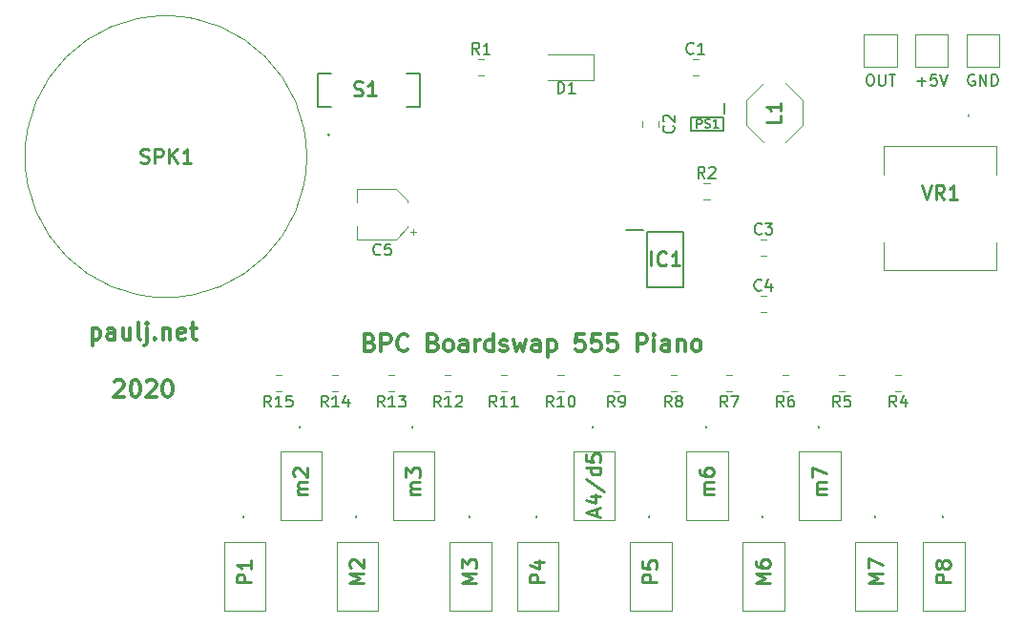
<source format=gto>
G04 #@! TF.GenerationSoftware,KiCad,Pcbnew,(5.1.5)-3*
G04 #@! TF.CreationDate,2020-02-03T22:04:10-05:00*
G04 #@! TF.ProjectId,punk,70756e6b-2e6b-4696-9361-645f70636258,rev?*
G04 #@! TF.SameCoordinates,Original*
G04 #@! TF.FileFunction,Legend,Top*
G04 #@! TF.FilePolarity,Positive*
%FSLAX46Y46*%
G04 Gerber Fmt 4.6, Leading zero omitted, Abs format (unit mm)*
G04 Created by KiCad (PCBNEW (5.1.5)-3) date 2020-02-03 22:04:10*
%MOMM*%
%LPD*%
G04 APERTURE LIST*
%ADD10C,0.300000*%
%ADD11C,0.120000*%
%ADD12C,0.200000*%
%ADD13C,0.100000*%
%ADD14C,0.150000*%
%ADD15C,0.254000*%
%ADD16C,0.190500*%
G04 APERTURE END LIST*
D10*
X90464285Y-98128571D02*
X90464285Y-99628571D01*
X90464285Y-98200000D02*
X90607142Y-98128571D01*
X90892857Y-98128571D01*
X91035714Y-98200000D01*
X91107142Y-98271428D01*
X91178571Y-98414285D01*
X91178571Y-98842857D01*
X91107142Y-98985714D01*
X91035714Y-99057142D01*
X90892857Y-99128571D01*
X90607142Y-99128571D01*
X90464285Y-99057142D01*
X92464285Y-99128571D02*
X92464285Y-98342857D01*
X92392857Y-98200000D01*
X92250000Y-98128571D01*
X91964285Y-98128571D01*
X91821428Y-98200000D01*
X92464285Y-99057142D02*
X92321428Y-99128571D01*
X91964285Y-99128571D01*
X91821428Y-99057142D01*
X91750000Y-98914285D01*
X91750000Y-98771428D01*
X91821428Y-98628571D01*
X91964285Y-98557142D01*
X92321428Y-98557142D01*
X92464285Y-98485714D01*
X93821428Y-98128571D02*
X93821428Y-99128571D01*
X93178571Y-98128571D02*
X93178571Y-98914285D01*
X93250000Y-99057142D01*
X93392857Y-99128571D01*
X93607142Y-99128571D01*
X93750000Y-99057142D01*
X93821428Y-98985714D01*
X94750000Y-99128571D02*
X94607142Y-99057142D01*
X94535714Y-98914285D01*
X94535714Y-97628571D01*
X95321428Y-98128571D02*
X95321428Y-99414285D01*
X95250000Y-99557142D01*
X95107142Y-99628571D01*
X95035714Y-99628571D01*
X95321428Y-97628571D02*
X95250000Y-97700000D01*
X95321428Y-97771428D01*
X95392857Y-97700000D01*
X95321428Y-97628571D01*
X95321428Y-97771428D01*
X96035714Y-98985714D02*
X96107142Y-99057142D01*
X96035714Y-99128571D01*
X95964285Y-99057142D01*
X96035714Y-98985714D01*
X96035714Y-99128571D01*
X96750000Y-98128571D02*
X96750000Y-99128571D01*
X96750000Y-98271428D02*
X96821428Y-98200000D01*
X96964285Y-98128571D01*
X97178571Y-98128571D01*
X97321428Y-98200000D01*
X97392857Y-98342857D01*
X97392857Y-99128571D01*
X98678571Y-99057142D02*
X98535714Y-99128571D01*
X98250000Y-99128571D01*
X98107142Y-99057142D01*
X98035714Y-98914285D01*
X98035714Y-98342857D01*
X98107142Y-98200000D01*
X98250000Y-98128571D01*
X98535714Y-98128571D01*
X98678571Y-98200000D01*
X98750000Y-98342857D01*
X98750000Y-98485714D01*
X98035714Y-98628571D01*
X99178571Y-98128571D02*
X99750000Y-98128571D01*
X99392857Y-97628571D02*
X99392857Y-98914285D01*
X99464285Y-99057142D01*
X99607142Y-99128571D01*
X99750000Y-99128571D01*
X92428571Y-102871428D02*
X92500000Y-102800000D01*
X92642857Y-102728571D01*
X93000000Y-102728571D01*
X93142857Y-102800000D01*
X93214285Y-102871428D01*
X93285714Y-103014285D01*
X93285714Y-103157142D01*
X93214285Y-103371428D01*
X92357142Y-104228571D01*
X93285714Y-104228571D01*
X94214285Y-102728571D02*
X94357142Y-102728571D01*
X94500000Y-102800000D01*
X94571428Y-102871428D01*
X94642857Y-103014285D01*
X94714285Y-103300000D01*
X94714285Y-103657142D01*
X94642857Y-103942857D01*
X94571428Y-104085714D01*
X94500000Y-104157142D01*
X94357142Y-104228571D01*
X94214285Y-104228571D01*
X94071428Y-104157142D01*
X94000000Y-104085714D01*
X93928571Y-103942857D01*
X93857142Y-103657142D01*
X93857142Y-103300000D01*
X93928571Y-103014285D01*
X94000000Y-102871428D01*
X94071428Y-102800000D01*
X94214285Y-102728571D01*
X95285714Y-102871428D02*
X95357142Y-102800000D01*
X95500000Y-102728571D01*
X95857142Y-102728571D01*
X96000000Y-102800000D01*
X96071428Y-102871428D01*
X96142857Y-103014285D01*
X96142857Y-103157142D01*
X96071428Y-103371428D01*
X95214285Y-104228571D01*
X96142857Y-104228571D01*
X97071428Y-102728571D02*
X97214285Y-102728571D01*
X97357142Y-102800000D01*
X97428571Y-102871428D01*
X97500000Y-103014285D01*
X97571428Y-103300000D01*
X97571428Y-103657142D01*
X97500000Y-103942857D01*
X97428571Y-104085714D01*
X97357142Y-104157142D01*
X97214285Y-104228571D01*
X97071428Y-104228571D01*
X96928571Y-104157142D01*
X96857142Y-104085714D01*
X96785714Y-103942857D01*
X96714285Y-103657142D01*
X96714285Y-103300000D01*
X96785714Y-103014285D01*
X96857142Y-102871428D01*
X96928571Y-102800000D01*
X97071428Y-102728571D01*
X115107142Y-99392857D02*
X115321428Y-99464285D01*
X115392857Y-99535714D01*
X115464285Y-99678571D01*
X115464285Y-99892857D01*
X115392857Y-100035714D01*
X115321428Y-100107142D01*
X115178571Y-100178571D01*
X114607142Y-100178571D01*
X114607142Y-98678571D01*
X115107142Y-98678571D01*
X115250000Y-98750000D01*
X115321428Y-98821428D01*
X115392857Y-98964285D01*
X115392857Y-99107142D01*
X115321428Y-99250000D01*
X115250000Y-99321428D01*
X115107142Y-99392857D01*
X114607142Y-99392857D01*
X116107142Y-100178571D02*
X116107142Y-98678571D01*
X116678571Y-98678571D01*
X116821428Y-98750000D01*
X116892857Y-98821428D01*
X116964285Y-98964285D01*
X116964285Y-99178571D01*
X116892857Y-99321428D01*
X116821428Y-99392857D01*
X116678571Y-99464285D01*
X116107142Y-99464285D01*
X118464285Y-100035714D02*
X118392857Y-100107142D01*
X118178571Y-100178571D01*
X118035714Y-100178571D01*
X117821428Y-100107142D01*
X117678571Y-99964285D01*
X117607142Y-99821428D01*
X117535714Y-99535714D01*
X117535714Y-99321428D01*
X117607142Y-99035714D01*
X117678571Y-98892857D01*
X117821428Y-98750000D01*
X118035714Y-98678571D01*
X118178571Y-98678571D01*
X118392857Y-98750000D01*
X118464285Y-98821428D01*
X120750000Y-99392857D02*
X120964285Y-99464285D01*
X121035714Y-99535714D01*
X121107142Y-99678571D01*
X121107142Y-99892857D01*
X121035714Y-100035714D01*
X120964285Y-100107142D01*
X120821428Y-100178571D01*
X120250000Y-100178571D01*
X120250000Y-98678571D01*
X120750000Y-98678571D01*
X120892857Y-98750000D01*
X120964285Y-98821428D01*
X121035714Y-98964285D01*
X121035714Y-99107142D01*
X120964285Y-99250000D01*
X120892857Y-99321428D01*
X120750000Y-99392857D01*
X120250000Y-99392857D01*
X121964285Y-100178571D02*
X121821428Y-100107142D01*
X121750000Y-100035714D01*
X121678571Y-99892857D01*
X121678571Y-99464285D01*
X121750000Y-99321428D01*
X121821428Y-99250000D01*
X121964285Y-99178571D01*
X122178571Y-99178571D01*
X122321428Y-99250000D01*
X122392857Y-99321428D01*
X122464285Y-99464285D01*
X122464285Y-99892857D01*
X122392857Y-100035714D01*
X122321428Y-100107142D01*
X122178571Y-100178571D01*
X121964285Y-100178571D01*
X123750000Y-100178571D02*
X123750000Y-99392857D01*
X123678571Y-99250000D01*
X123535714Y-99178571D01*
X123250000Y-99178571D01*
X123107142Y-99250000D01*
X123750000Y-100107142D02*
X123607142Y-100178571D01*
X123250000Y-100178571D01*
X123107142Y-100107142D01*
X123035714Y-99964285D01*
X123035714Y-99821428D01*
X123107142Y-99678571D01*
X123250000Y-99607142D01*
X123607142Y-99607142D01*
X123750000Y-99535714D01*
X124464285Y-100178571D02*
X124464285Y-99178571D01*
X124464285Y-99464285D02*
X124535714Y-99321428D01*
X124607142Y-99250000D01*
X124750000Y-99178571D01*
X124892857Y-99178571D01*
X126035714Y-100178571D02*
X126035714Y-98678571D01*
X126035714Y-100107142D02*
X125892857Y-100178571D01*
X125607142Y-100178571D01*
X125464285Y-100107142D01*
X125392857Y-100035714D01*
X125321428Y-99892857D01*
X125321428Y-99464285D01*
X125392857Y-99321428D01*
X125464285Y-99250000D01*
X125607142Y-99178571D01*
X125892857Y-99178571D01*
X126035714Y-99250000D01*
X126678571Y-100107142D02*
X126821428Y-100178571D01*
X127107142Y-100178571D01*
X127250000Y-100107142D01*
X127321428Y-99964285D01*
X127321428Y-99892857D01*
X127250000Y-99750000D01*
X127107142Y-99678571D01*
X126892857Y-99678571D01*
X126750000Y-99607142D01*
X126678571Y-99464285D01*
X126678571Y-99392857D01*
X126750000Y-99250000D01*
X126892857Y-99178571D01*
X127107142Y-99178571D01*
X127250000Y-99250000D01*
X127821428Y-99178571D02*
X128107142Y-100178571D01*
X128392857Y-99464285D01*
X128678571Y-100178571D01*
X128964285Y-99178571D01*
X130178571Y-100178571D02*
X130178571Y-99392857D01*
X130107142Y-99250000D01*
X129964285Y-99178571D01*
X129678571Y-99178571D01*
X129535714Y-99250000D01*
X130178571Y-100107142D02*
X130035714Y-100178571D01*
X129678571Y-100178571D01*
X129535714Y-100107142D01*
X129464285Y-99964285D01*
X129464285Y-99821428D01*
X129535714Y-99678571D01*
X129678571Y-99607142D01*
X130035714Y-99607142D01*
X130178571Y-99535714D01*
X130892857Y-99178571D02*
X130892857Y-100678571D01*
X130892857Y-99250000D02*
X131035714Y-99178571D01*
X131321428Y-99178571D01*
X131464285Y-99250000D01*
X131535714Y-99321428D01*
X131607142Y-99464285D01*
X131607142Y-99892857D01*
X131535714Y-100035714D01*
X131464285Y-100107142D01*
X131321428Y-100178571D01*
X131035714Y-100178571D01*
X130892857Y-100107142D01*
X134107142Y-98678571D02*
X133392857Y-98678571D01*
X133321428Y-99392857D01*
X133392857Y-99321428D01*
X133535714Y-99250000D01*
X133892857Y-99250000D01*
X134035714Y-99321428D01*
X134107142Y-99392857D01*
X134178571Y-99535714D01*
X134178571Y-99892857D01*
X134107142Y-100035714D01*
X134035714Y-100107142D01*
X133892857Y-100178571D01*
X133535714Y-100178571D01*
X133392857Y-100107142D01*
X133321428Y-100035714D01*
X135535714Y-98678571D02*
X134821428Y-98678571D01*
X134750000Y-99392857D01*
X134821428Y-99321428D01*
X134964285Y-99250000D01*
X135321428Y-99250000D01*
X135464285Y-99321428D01*
X135535714Y-99392857D01*
X135607142Y-99535714D01*
X135607142Y-99892857D01*
X135535714Y-100035714D01*
X135464285Y-100107142D01*
X135321428Y-100178571D01*
X134964285Y-100178571D01*
X134821428Y-100107142D01*
X134750000Y-100035714D01*
X136964285Y-98678571D02*
X136250000Y-98678571D01*
X136178571Y-99392857D01*
X136250000Y-99321428D01*
X136392857Y-99250000D01*
X136750000Y-99250000D01*
X136892857Y-99321428D01*
X136964285Y-99392857D01*
X137035714Y-99535714D01*
X137035714Y-99892857D01*
X136964285Y-100035714D01*
X136892857Y-100107142D01*
X136750000Y-100178571D01*
X136392857Y-100178571D01*
X136250000Y-100107142D01*
X136178571Y-100035714D01*
X138821428Y-100178571D02*
X138821428Y-98678571D01*
X139392857Y-98678571D01*
X139535714Y-98750000D01*
X139607142Y-98821428D01*
X139678571Y-98964285D01*
X139678571Y-99178571D01*
X139607142Y-99321428D01*
X139535714Y-99392857D01*
X139392857Y-99464285D01*
X138821428Y-99464285D01*
X140321428Y-100178571D02*
X140321428Y-99178571D01*
X140321428Y-98678571D02*
X140250000Y-98750000D01*
X140321428Y-98821428D01*
X140392857Y-98750000D01*
X140321428Y-98678571D01*
X140321428Y-98821428D01*
X141678571Y-100178571D02*
X141678571Y-99392857D01*
X141607142Y-99250000D01*
X141464285Y-99178571D01*
X141178571Y-99178571D01*
X141035714Y-99250000D01*
X141678571Y-100107142D02*
X141535714Y-100178571D01*
X141178571Y-100178571D01*
X141035714Y-100107142D01*
X140964285Y-99964285D01*
X140964285Y-99821428D01*
X141035714Y-99678571D01*
X141178571Y-99607142D01*
X141535714Y-99607142D01*
X141678571Y-99535714D01*
X142392857Y-99178571D02*
X142392857Y-100178571D01*
X142392857Y-99321428D02*
X142464285Y-99250000D01*
X142607142Y-99178571D01*
X142821428Y-99178571D01*
X142964285Y-99250000D01*
X143035714Y-99392857D01*
X143035714Y-100178571D01*
X143964285Y-100178571D02*
X143821428Y-100107142D01*
X143750000Y-100035714D01*
X143678571Y-99892857D01*
X143678571Y-99464285D01*
X143750000Y-99321428D01*
X143821428Y-99250000D01*
X143964285Y-99178571D01*
X144178571Y-99178571D01*
X144321428Y-99250000D01*
X144392857Y-99321428D01*
X144464285Y-99464285D01*
X144464285Y-99892857D01*
X144392857Y-100035714D01*
X144321428Y-100107142D01*
X144178571Y-100178571D01*
X143964285Y-100178571D01*
D11*
X161850000Y-72050000D02*
X161850000Y-74950000D01*
X158950000Y-72050000D02*
X161850000Y-72050000D01*
X158950000Y-74950000D02*
X158950000Y-72050000D01*
X161850000Y-74950000D02*
X158950000Y-74950000D01*
X166400000Y-72050000D02*
X166400000Y-74950000D01*
X163500000Y-72050000D02*
X166400000Y-72050000D01*
X163500000Y-74950000D02*
X163500000Y-72050000D01*
X166400000Y-74950000D02*
X163500000Y-74950000D01*
X170950000Y-72050000D02*
X170950000Y-74950000D01*
X168050000Y-72050000D02*
X170950000Y-72050000D01*
X168050000Y-74950000D02*
X168050000Y-72050000D01*
X170950000Y-74950000D02*
X168050000Y-74950000D01*
D12*
X103900000Y-114925000D02*
G75*
G02X103900000Y-114825000I0J50000D01*
G01*
X103900000Y-114825000D02*
G75*
G02X103900000Y-114925000I0J-50000D01*
G01*
X103900000Y-114925000D02*
G75*
G02X103900000Y-114825000I0J50000D01*
G01*
X103900000Y-114825000D02*
X103900000Y-114825000D01*
X103900000Y-114925000D02*
X103900000Y-114925000D01*
X103900000Y-114825000D02*
X103900000Y-114825000D01*
D13*
X102150000Y-117075000D02*
X105850000Y-117075000D01*
X102150000Y-123175000D02*
X102150000Y-117075000D01*
X105850000Y-123175000D02*
X102150000Y-123175000D01*
X105850000Y-117075000D02*
X105850000Y-123175000D01*
D12*
X113900000Y-114925000D02*
G75*
G02X113900000Y-114825000I0J50000D01*
G01*
X113900000Y-114825000D02*
G75*
G02X113900000Y-114925000I0J-50000D01*
G01*
X113900000Y-114925000D02*
G75*
G02X113900000Y-114825000I0J50000D01*
G01*
X113900000Y-114825000D02*
X113900000Y-114825000D01*
X113900000Y-114925000D02*
X113900000Y-114925000D01*
X113900000Y-114825000D02*
X113900000Y-114825000D01*
D13*
X112150000Y-117075000D02*
X115850000Y-117075000D01*
X112150000Y-123175000D02*
X112150000Y-117075000D01*
X115850000Y-123175000D02*
X112150000Y-123175000D01*
X115850000Y-117075000D02*
X115850000Y-123175000D01*
D12*
X123900000Y-114925000D02*
G75*
G02X123900000Y-114825000I0J50000D01*
G01*
X123900000Y-114825000D02*
G75*
G02X123900000Y-114925000I0J-50000D01*
G01*
X123900000Y-114925000D02*
G75*
G02X123900000Y-114825000I0J50000D01*
G01*
X123900000Y-114825000D02*
X123900000Y-114825000D01*
X123900000Y-114925000D02*
X123900000Y-114925000D01*
X123900000Y-114825000D02*
X123900000Y-114825000D01*
D13*
X122150000Y-117075000D02*
X125850000Y-117075000D01*
X122150000Y-123175000D02*
X122150000Y-117075000D01*
X125850000Y-123175000D02*
X122150000Y-123175000D01*
X125850000Y-117075000D02*
X125850000Y-123175000D01*
D12*
X129900000Y-114925000D02*
G75*
G02X129900000Y-114825000I0J50000D01*
G01*
X129900000Y-114825000D02*
G75*
G02X129900000Y-114925000I0J-50000D01*
G01*
X129900000Y-114925000D02*
G75*
G02X129900000Y-114825000I0J50000D01*
G01*
X129900000Y-114825000D02*
X129900000Y-114825000D01*
X129900000Y-114925000D02*
X129900000Y-114925000D01*
X129900000Y-114825000D02*
X129900000Y-114825000D01*
D13*
X128150000Y-117075000D02*
X131850000Y-117075000D01*
X128150000Y-123175000D02*
X128150000Y-117075000D01*
X131850000Y-123175000D02*
X128150000Y-123175000D01*
X131850000Y-117075000D02*
X131850000Y-123175000D01*
D12*
X139900000Y-114925000D02*
G75*
G02X139900000Y-114825000I0J50000D01*
G01*
X139900000Y-114825000D02*
G75*
G02X139900000Y-114925000I0J-50000D01*
G01*
X139900000Y-114925000D02*
G75*
G02X139900000Y-114825000I0J50000D01*
G01*
X139900000Y-114825000D02*
X139900000Y-114825000D01*
X139900000Y-114925000D02*
X139900000Y-114925000D01*
X139900000Y-114825000D02*
X139900000Y-114825000D01*
D13*
X138150000Y-117075000D02*
X141850000Y-117075000D01*
X138150000Y-123175000D02*
X138150000Y-117075000D01*
X141850000Y-123175000D02*
X138150000Y-123175000D01*
X141850000Y-117075000D02*
X141850000Y-123175000D01*
D12*
X149900000Y-114925000D02*
G75*
G02X149900000Y-114825000I0J50000D01*
G01*
X149900000Y-114825000D02*
G75*
G02X149900000Y-114925000I0J-50000D01*
G01*
X149900000Y-114925000D02*
G75*
G02X149900000Y-114825000I0J50000D01*
G01*
X149900000Y-114825000D02*
X149900000Y-114825000D01*
X149900000Y-114925000D02*
X149900000Y-114925000D01*
X149900000Y-114825000D02*
X149900000Y-114825000D01*
D13*
X148150000Y-117075000D02*
X151850000Y-117075000D01*
X148150000Y-123175000D02*
X148150000Y-117075000D01*
X151850000Y-123175000D02*
X148150000Y-123175000D01*
X151850000Y-117075000D02*
X151850000Y-123175000D01*
D12*
X159900000Y-114925000D02*
G75*
G02X159900000Y-114825000I0J50000D01*
G01*
X159900000Y-114825000D02*
G75*
G02X159900000Y-114925000I0J-50000D01*
G01*
X159900000Y-114925000D02*
G75*
G02X159900000Y-114825000I0J50000D01*
G01*
X159900000Y-114825000D02*
X159900000Y-114825000D01*
X159900000Y-114925000D02*
X159900000Y-114925000D01*
X159900000Y-114825000D02*
X159900000Y-114825000D01*
D13*
X158150000Y-117075000D02*
X161850000Y-117075000D01*
X158150000Y-123175000D02*
X158150000Y-117075000D01*
X161850000Y-123175000D02*
X158150000Y-123175000D01*
X161850000Y-117075000D02*
X161850000Y-123175000D01*
D12*
X165900000Y-114925000D02*
G75*
G02X165900000Y-114825000I0J50000D01*
G01*
X165900000Y-114825000D02*
G75*
G02X165900000Y-114925000I0J-50000D01*
G01*
X165900000Y-114925000D02*
G75*
G02X165900000Y-114825000I0J50000D01*
G01*
X165900000Y-114825000D02*
X165900000Y-114825000D01*
X165900000Y-114925000D02*
X165900000Y-114925000D01*
X165900000Y-114825000D02*
X165900000Y-114825000D01*
D13*
X164150000Y-117075000D02*
X167850000Y-117075000D01*
X164150000Y-123175000D02*
X164150000Y-117075000D01*
X167850000Y-123175000D02*
X164150000Y-123175000D01*
X167850000Y-117075000D02*
X167850000Y-123175000D01*
D12*
X108900000Y-106925000D02*
G75*
G02X108900000Y-106825000I0J50000D01*
G01*
X108900000Y-106825000D02*
G75*
G02X108900000Y-106925000I0J-50000D01*
G01*
X108900000Y-106925000D02*
G75*
G02X108900000Y-106825000I0J50000D01*
G01*
X108900000Y-106825000D02*
X108900000Y-106825000D01*
X108900000Y-106925000D02*
X108900000Y-106925000D01*
X108900000Y-106825000D02*
X108900000Y-106825000D01*
D13*
X107150000Y-109075000D02*
X110850000Y-109075000D01*
X107150000Y-115175000D02*
X107150000Y-109075000D01*
X110850000Y-115175000D02*
X107150000Y-115175000D01*
X110850000Y-109075000D02*
X110850000Y-115175000D01*
D12*
X118900000Y-106925000D02*
G75*
G02X118900000Y-106825000I0J50000D01*
G01*
X118900000Y-106825000D02*
G75*
G02X118900000Y-106925000I0J-50000D01*
G01*
X118900000Y-106925000D02*
G75*
G02X118900000Y-106825000I0J50000D01*
G01*
X118900000Y-106825000D02*
X118900000Y-106825000D01*
X118900000Y-106925000D02*
X118900000Y-106925000D01*
X118900000Y-106825000D02*
X118900000Y-106825000D01*
D13*
X117150000Y-109075000D02*
X120850000Y-109075000D01*
X117150000Y-115175000D02*
X117150000Y-109075000D01*
X120850000Y-115175000D02*
X117150000Y-115175000D01*
X120850000Y-109075000D02*
X120850000Y-115175000D01*
D12*
X134900000Y-106925000D02*
G75*
G02X134900000Y-106825000I0J50000D01*
G01*
X134900000Y-106825000D02*
G75*
G02X134900000Y-106925000I0J-50000D01*
G01*
X134900000Y-106925000D02*
G75*
G02X134900000Y-106825000I0J50000D01*
G01*
X134900000Y-106825000D02*
X134900000Y-106825000D01*
X134900000Y-106925000D02*
X134900000Y-106925000D01*
X134900000Y-106825000D02*
X134900000Y-106825000D01*
D13*
X133150000Y-109075000D02*
X136850000Y-109075000D01*
X133150000Y-115175000D02*
X133150000Y-109075000D01*
X136850000Y-115175000D02*
X133150000Y-115175000D01*
X136850000Y-109075000D02*
X136850000Y-115175000D01*
D12*
X144900000Y-106925000D02*
G75*
G02X144900000Y-106825000I0J50000D01*
G01*
X144900000Y-106825000D02*
G75*
G02X144900000Y-106925000I0J-50000D01*
G01*
X144900000Y-106925000D02*
G75*
G02X144900000Y-106825000I0J50000D01*
G01*
X144900000Y-106825000D02*
X144900000Y-106825000D01*
X144900000Y-106925000D02*
X144900000Y-106925000D01*
X144900000Y-106825000D02*
X144900000Y-106825000D01*
D13*
X143150000Y-109075000D02*
X146850000Y-109075000D01*
X143150000Y-115175000D02*
X143150000Y-109075000D01*
X146850000Y-115175000D02*
X143150000Y-115175000D01*
X146850000Y-109075000D02*
X146850000Y-115175000D01*
D12*
X154900000Y-106925000D02*
G75*
G02X154900000Y-106825000I0J50000D01*
G01*
X154900000Y-106825000D02*
G75*
G02X154900000Y-106925000I0J-50000D01*
G01*
X154900000Y-106925000D02*
G75*
G02X154900000Y-106825000I0J50000D01*
G01*
X154900000Y-106825000D02*
X154900000Y-106825000D01*
X154900000Y-106925000D02*
X154900000Y-106925000D01*
X154900000Y-106825000D02*
X154900000Y-106825000D01*
D13*
X153150000Y-109075000D02*
X156850000Y-109075000D01*
X153150000Y-115175000D02*
X153150000Y-109075000D01*
X156850000Y-115175000D02*
X153150000Y-115175000D01*
X156850000Y-109075000D02*
X156850000Y-115175000D01*
D12*
X111493590Y-80968000D02*
G75*
G03X111493590Y-80968000I-71590J0D01*
G01*
X110500000Y-78500000D02*
X111677000Y-78500000D01*
X119500000Y-78500000D02*
X118323000Y-78500000D01*
X110500000Y-75500000D02*
X111677000Y-75500000D01*
X119500000Y-75500000D02*
X118323000Y-75500000D01*
X119500000Y-78500000D02*
X119500000Y-75500000D01*
X110500000Y-75500000D02*
X110500000Y-78500000D01*
X146550000Y-78150000D02*
X146550000Y-79050000D01*
X143600000Y-79400000D02*
X146500000Y-79400000D01*
X143600000Y-80600000D02*
X143600000Y-79400000D01*
X146500000Y-80600000D02*
X143600000Y-80600000D01*
X146500000Y-79400000D02*
X146500000Y-80600000D01*
D13*
X148500000Y-80100000D02*
X150000000Y-81600000D01*
X148500000Y-77900000D02*
X148500000Y-80100000D01*
X150000000Y-76400000D02*
X148500000Y-77900000D01*
X153500000Y-80100000D02*
X152000000Y-81600000D01*
X153500000Y-77900000D02*
X153500000Y-80100000D01*
X152000000Y-76400000D02*
X153500000Y-77900000D01*
D12*
X137813000Y-89420000D02*
X139338000Y-89420000D01*
X139688000Y-94450000D02*
X139688000Y-89550000D01*
X142888000Y-94450000D02*
X139688000Y-94450000D01*
X142888000Y-89550000D02*
X142888000Y-94450000D01*
X139688000Y-89550000D02*
X142888000Y-89550000D01*
D13*
X168200000Y-79300000D02*
G75*
G03X168200000Y-79200000I0J50000D01*
G01*
X168200000Y-79200000D02*
G75*
G03X168200000Y-79300000I0J-50000D01*
G01*
X168200000Y-79200000D02*
X168200000Y-79200000D01*
X168200000Y-79300000D02*
X168200000Y-79300000D01*
X160700000Y-93000000D02*
X160700000Y-90500000D01*
X170700000Y-93000000D02*
X160700000Y-93000000D01*
X170700000Y-90500000D02*
X170700000Y-93000000D01*
X160700000Y-82000000D02*
X160700000Y-84500000D01*
X170700000Y-82000000D02*
X160700000Y-82000000D01*
X170700000Y-84500000D02*
X170700000Y-82000000D01*
X84500000Y-82900000D02*
G75*
G02X109500000Y-82900000I12500000J0D01*
G01*
X109500000Y-82900000D02*
G75*
G02X84500000Y-82900000I-12500000J0D01*
G01*
X109500000Y-82900000D02*
X109500000Y-82900000D01*
X84500000Y-82900000D02*
X84500000Y-82900000D01*
D11*
X107236252Y-102290000D02*
X106713748Y-102290000D01*
X107236252Y-103710000D02*
X106713748Y-103710000D01*
X112286252Y-102290000D02*
X111763748Y-102290000D01*
X112286252Y-103710000D02*
X111763748Y-103710000D01*
X117286252Y-102290000D02*
X116763748Y-102290000D01*
X117286252Y-103710000D02*
X116763748Y-103710000D01*
X122286252Y-102290000D02*
X121763748Y-102290000D01*
X122286252Y-103710000D02*
X121763748Y-103710000D01*
X127236252Y-102290000D02*
X126713748Y-102290000D01*
X127236252Y-103710000D02*
X126713748Y-103710000D01*
X132286252Y-102290000D02*
X131763748Y-102290000D01*
X132286252Y-103710000D02*
X131763748Y-103710000D01*
X137236252Y-102290000D02*
X136713748Y-102290000D01*
X137236252Y-103710000D02*
X136713748Y-103710000D01*
X142286252Y-102290000D02*
X141763748Y-102290000D01*
X142286252Y-103710000D02*
X141763748Y-103710000D01*
X147236252Y-102290000D02*
X146713748Y-102290000D01*
X147236252Y-103710000D02*
X146713748Y-103710000D01*
X152236252Y-102290000D02*
X151713748Y-102290000D01*
X152236252Y-103710000D02*
X151713748Y-103710000D01*
X157236252Y-102290000D02*
X156713748Y-102290000D01*
X157236252Y-103710000D02*
X156713748Y-103710000D01*
X162236252Y-102290000D02*
X161713748Y-102290000D01*
X162236252Y-103710000D02*
X161713748Y-103710000D01*
X144713748Y-86710000D02*
X145236252Y-86710000D01*
X144713748Y-85290000D02*
X145236252Y-85290000D01*
X118950000Y-89810000D02*
X118950000Y-89310000D01*
X119200000Y-89560000D02*
X118700000Y-89560000D01*
X118460000Y-86804437D02*
X117395563Y-85740000D01*
X118460000Y-89195563D02*
X117395563Y-90260000D01*
X118460000Y-89195563D02*
X118460000Y-89060000D01*
X118460000Y-86804437D02*
X118460000Y-86940000D01*
X117395563Y-85740000D02*
X113940000Y-85740000D01*
X117395563Y-90260000D02*
X113940000Y-90260000D01*
X113940000Y-90260000D02*
X113940000Y-89060000D01*
X113940000Y-85740000D02*
X113940000Y-86940000D01*
X149738748Y-96710000D02*
X150261252Y-96710000D01*
X149738748Y-95290000D02*
X150261252Y-95290000D01*
X149763748Y-91710000D02*
X150286252Y-91710000D01*
X149763748Y-90290000D02*
X150286252Y-90290000D01*
X134972500Y-73865000D02*
X130912500Y-73865000D01*
X134972500Y-76135000D02*
X134972500Y-73865000D01*
X130912500Y-76135000D02*
X134972500Y-76135000D01*
X139290000Y-79738748D02*
X139290000Y-80261252D01*
X140710000Y-79738748D02*
X140710000Y-80261252D01*
X143713748Y-75710000D02*
X144236252Y-75710000D01*
X143713748Y-74290000D02*
X144236252Y-74290000D01*
X124713748Y-75710000D02*
X125236252Y-75710000D01*
X124713748Y-74290000D02*
X125236252Y-74290000D01*
D14*
X159400000Y-75600380D02*
X159590476Y-75600380D01*
X159685714Y-75648000D01*
X159780952Y-75743238D01*
X159828571Y-75933714D01*
X159828571Y-76267047D01*
X159780952Y-76457523D01*
X159685714Y-76552761D01*
X159590476Y-76600380D01*
X159400000Y-76600380D01*
X159304761Y-76552761D01*
X159209523Y-76457523D01*
X159161904Y-76267047D01*
X159161904Y-75933714D01*
X159209523Y-75743238D01*
X159304761Y-75648000D01*
X159400000Y-75600380D01*
X160257142Y-75600380D02*
X160257142Y-76409904D01*
X160304761Y-76505142D01*
X160352380Y-76552761D01*
X160447619Y-76600380D01*
X160638095Y-76600380D01*
X160733333Y-76552761D01*
X160780952Y-76505142D01*
X160828571Y-76409904D01*
X160828571Y-75600380D01*
X161161904Y-75600380D02*
X161733333Y-75600380D01*
X161447619Y-76600380D02*
X161447619Y-75600380D01*
X163664285Y-76219428D02*
X164426190Y-76219428D01*
X164045238Y-76600380D02*
X164045238Y-75838476D01*
X165378571Y-75600380D02*
X164902380Y-75600380D01*
X164854761Y-76076571D01*
X164902380Y-76028952D01*
X164997619Y-75981333D01*
X165235714Y-75981333D01*
X165330952Y-76028952D01*
X165378571Y-76076571D01*
X165426190Y-76171809D01*
X165426190Y-76409904D01*
X165378571Y-76505142D01*
X165330952Y-76552761D01*
X165235714Y-76600380D01*
X164997619Y-76600380D01*
X164902380Y-76552761D01*
X164854761Y-76505142D01*
X165711904Y-75600380D02*
X166045238Y-76600380D01*
X166378571Y-75600380D01*
X168738095Y-75648000D02*
X168642857Y-75600380D01*
X168500000Y-75600380D01*
X168357142Y-75648000D01*
X168261904Y-75743238D01*
X168214285Y-75838476D01*
X168166666Y-76028952D01*
X168166666Y-76171809D01*
X168214285Y-76362285D01*
X168261904Y-76457523D01*
X168357142Y-76552761D01*
X168500000Y-76600380D01*
X168595238Y-76600380D01*
X168738095Y-76552761D01*
X168785714Y-76505142D01*
X168785714Y-76171809D01*
X168595238Y-76171809D01*
X169214285Y-76600380D02*
X169214285Y-75600380D01*
X169785714Y-76600380D01*
X169785714Y-75600380D01*
X170261904Y-76600380D02*
X170261904Y-75600380D01*
X170500000Y-75600380D01*
X170642857Y-75648000D01*
X170738095Y-75743238D01*
X170785714Y-75838476D01*
X170833333Y-76028952D01*
X170833333Y-76171809D01*
X170785714Y-76362285D01*
X170738095Y-76457523D01*
X170642857Y-76552761D01*
X170500000Y-76600380D01*
X170261904Y-76600380D01*
D15*
X104574523Y-120662380D02*
X103304523Y-120662380D01*
X103304523Y-120178571D01*
X103365000Y-120057619D01*
X103425476Y-119997142D01*
X103546428Y-119936666D01*
X103727857Y-119936666D01*
X103848809Y-119997142D01*
X103909285Y-120057619D01*
X103969761Y-120178571D01*
X103969761Y-120662380D01*
X104574523Y-118727142D02*
X104574523Y-119452857D01*
X104574523Y-119090000D02*
X103304523Y-119090000D01*
X103485952Y-119210952D01*
X103606904Y-119331904D01*
X103667380Y-119452857D01*
X114574523Y-120753095D02*
X113304523Y-120753095D01*
X114211666Y-120329761D01*
X113304523Y-119906428D01*
X114574523Y-119906428D01*
X113425476Y-119362142D02*
X113365000Y-119301666D01*
X113304523Y-119180714D01*
X113304523Y-118878333D01*
X113365000Y-118757380D01*
X113425476Y-118696904D01*
X113546428Y-118636428D01*
X113667380Y-118636428D01*
X113848809Y-118696904D01*
X114574523Y-119422619D01*
X114574523Y-118636428D01*
X124574523Y-120753095D02*
X123304523Y-120753095D01*
X124211666Y-120329761D01*
X123304523Y-119906428D01*
X124574523Y-119906428D01*
X123304523Y-119422619D02*
X123304523Y-118636428D01*
X123788333Y-119059761D01*
X123788333Y-118878333D01*
X123848809Y-118757380D01*
X123909285Y-118696904D01*
X124030238Y-118636428D01*
X124332619Y-118636428D01*
X124453571Y-118696904D01*
X124514047Y-118757380D01*
X124574523Y-118878333D01*
X124574523Y-119241190D01*
X124514047Y-119362142D01*
X124453571Y-119422619D01*
X130574523Y-120662380D02*
X129304523Y-120662380D01*
X129304523Y-120178571D01*
X129365000Y-120057619D01*
X129425476Y-119997142D01*
X129546428Y-119936666D01*
X129727857Y-119936666D01*
X129848809Y-119997142D01*
X129909285Y-120057619D01*
X129969761Y-120178571D01*
X129969761Y-120662380D01*
X129727857Y-118848095D02*
X130574523Y-118848095D01*
X129244047Y-119150476D02*
X130151190Y-119452857D01*
X130151190Y-118666666D01*
X140574523Y-120662380D02*
X139304523Y-120662380D01*
X139304523Y-120178571D01*
X139365000Y-120057619D01*
X139425476Y-119997142D01*
X139546428Y-119936666D01*
X139727857Y-119936666D01*
X139848809Y-119997142D01*
X139909285Y-120057619D01*
X139969761Y-120178571D01*
X139969761Y-120662380D01*
X139304523Y-118787619D02*
X139304523Y-119392380D01*
X139909285Y-119452857D01*
X139848809Y-119392380D01*
X139788333Y-119271428D01*
X139788333Y-118969047D01*
X139848809Y-118848095D01*
X139909285Y-118787619D01*
X140030238Y-118727142D01*
X140332619Y-118727142D01*
X140453571Y-118787619D01*
X140514047Y-118848095D01*
X140574523Y-118969047D01*
X140574523Y-119271428D01*
X140514047Y-119392380D01*
X140453571Y-119452857D01*
X150574523Y-120753095D02*
X149304523Y-120753095D01*
X150211666Y-120329761D01*
X149304523Y-119906428D01*
X150574523Y-119906428D01*
X149304523Y-118757380D02*
X149304523Y-118999285D01*
X149365000Y-119120238D01*
X149425476Y-119180714D01*
X149606904Y-119301666D01*
X149848809Y-119362142D01*
X150332619Y-119362142D01*
X150453571Y-119301666D01*
X150514047Y-119241190D01*
X150574523Y-119120238D01*
X150574523Y-118878333D01*
X150514047Y-118757380D01*
X150453571Y-118696904D01*
X150332619Y-118636428D01*
X150030238Y-118636428D01*
X149909285Y-118696904D01*
X149848809Y-118757380D01*
X149788333Y-118878333D01*
X149788333Y-119120238D01*
X149848809Y-119241190D01*
X149909285Y-119301666D01*
X150030238Y-119362142D01*
X160574523Y-120753095D02*
X159304523Y-120753095D01*
X160211666Y-120329761D01*
X159304523Y-119906428D01*
X160574523Y-119906428D01*
X159304523Y-119422619D02*
X159304523Y-118575952D01*
X160574523Y-119120238D01*
X166574523Y-120662380D02*
X165304523Y-120662380D01*
X165304523Y-120178571D01*
X165365000Y-120057619D01*
X165425476Y-119997142D01*
X165546428Y-119936666D01*
X165727857Y-119936666D01*
X165848809Y-119997142D01*
X165909285Y-120057619D01*
X165969761Y-120178571D01*
X165969761Y-120662380D01*
X165848809Y-119210952D02*
X165788333Y-119331904D01*
X165727857Y-119392380D01*
X165606904Y-119452857D01*
X165546428Y-119452857D01*
X165425476Y-119392380D01*
X165365000Y-119331904D01*
X165304523Y-119210952D01*
X165304523Y-118969047D01*
X165365000Y-118848095D01*
X165425476Y-118787619D01*
X165546428Y-118727142D01*
X165606904Y-118727142D01*
X165727857Y-118787619D01*
X165788333Y-118848095D01*
X165848809Y-118969047D01*
X165848809Y-119210952D01*
X165909285Y-119331904D01*
X165969761Y-119392380D01*
X166090714Y-119452857D01*
X166332619Y-119452857D01*
X166453571Y-119392380D01*
X166514047Y-119331904D01*
X166574523Y-119210952D01*
X166574523Y-118969047D01*
X166514047Y-118848095D01*
X166453571Y-118787619D01*
X166332619Y-118727142D01*
X166090714Y-118727142D01*
X165969761Y-118787619D01*
X165909285Y-118848095D01*
X165848809Y-118969047D01*
X109574523Y-112874047D02*
X108727857Y-112874047D01*
X108848809Y-112874047D02*
X108788333Y-112813571D01*
X108727857Y-112692619D01*
X108727857Y-112511190D01*
X108788333Y-112390238D01*
X108909285Y-112329761D01*
X109574523Y-112329761D01*
X108909285Y-112329761D02*
X108788333Y-112269285D01*
X108727857Y-112148333D01*
X108727857Y-111966904D01*
X108788333Y-111845952D01*
X108909285Y-111785476D01*
X109574523Y-111785476D01*
X108425476Y-111241190D02*
X108365000Y-111180714D01*
X108304523Y-111059761D01*
X108304523Y-110757380D01*
X108365000Y-110636428D01*
X108425476Y-110575952D01*
X108546428Y-110515476D01*
X108667380Y-110515476D01*
X108848809Y-110575952D01*
X109574523Y-111301666D01*
X109574523Y-110515476D01*
X119574523Y-112874047D02*
X118727857Y-112874047D01*
X118848809Y-112874047D02*
X118788333Y-112813571D01*
X118727857Y-112692619D01*
X118727857Y-112511190D01*
X118788333Y-112390238D01*
X118909285Y-112329761D01*
X119574523Y-112329761D01*
X118909285Y-112329761D02*
X118788333Y-112269285D01*
X118727857Y-112148333D01*
X118727857Y-111966904D01*
X118788333Y-111845952D01*
X118909285Y-111785476D01*
X119574523Y-111785476D01*
X118304523Y-111301666D02*
X118304523Y-110515476D01*
X118788333Y-110938809D01*
X118788333Y-110757380D01*
X118848809Y-110636428D01*
X118909285Y-110575952D01*
X119030238Y-110515476D01*
X119332619Y-110515476D01*
X119453571Y-110575952D01*
X119514047Y-110636428D01*
X119574523Y-110757380D01*
X119574523Y-111120238D01*
X119514047Y-111241190D01*
X119453571Y-111301666D01*
X135211666Y-114751666D02*
X135211666Y-114146904D01*
X135574523Y-114872619D02*
X134304523Y-114449285D01*
X135574523Y-114025952D01*
X134727857Y-113058333D02*
X135574523Y-113058333D01*
X134244047Y-113360714D02*
X135151190Y-113663095D01*
X135151190Y-112876904D01*
X134244047Y-111485952D02*
X135876904Y-112574523D01*
X135574523Y-110518333D02*
X134304523Y-110518333D01*
X135514047Y-110518333D02*
X135574523Y-110639285D01*
X135574523Y-110881190D01*
X135514047Y-111002142D01*
X135453571Y-111062619D01*
X135332619Y-111123095D01*
X134969761Y-111123095D01*
X134848809Y-111062619D01*
X134788333Y-111002142D01*
X134727857Y-110881190D01*
X134727857Y-110639285D01*
X134788333Y-110518333D01*
X134304523Y-109308809D02*
X134304523Y-109913571D01*
X134909285Y-109974047D01*
X134848809Y-109913571D01*
X134788333Y-109792619D01*
X134788333Y-109490238D01*
X134848809Y-109369285D01*
X134909285Y-109308809D01*
X135030238Y-109248333D01*
X135332619Y-109248333D01*
X135453571Y-109308809D01*
X135514047Y-109369285D01*
X135574523Y-109490238D01*
X135574523Y-109792619D01*
X135514047Y-109913571D01*
X135453571Y-109974047D01*
X145574523Y-112874047D02*
X144727857Y-112874047D01*
X144848809Y-112874047D02*
X144788333Y-112813571D01*
X144727857Y-112692619D01*
X144727857Y-112511190D01*
X144788333Y-112390238D01*
X144909285Y-112329761D01*
X145574523Y-112329761D01*
X144909285Y-112329761D02*
X144788333Y-112269285D01*
X144727857Y-112148333D01*
X144727857Y-111966904D01*
X144788333Y-111845952D01*
X144909285Y-111785476D01*
X145574523Y-111785476D01*
X144304523Y-110636428D02*
X144304523Y-110878333D01*
X144365000Y-110999285D01*
X144425476Y-111059761D01*
X144606904Y-111180714D01*
X144848809Y-111241190D01*
X145332619Y-111241190D01*
X145453571Y-111180714D01*
X145514047Y-111120238D01*
X145574523Y-110999285D01*
X145574523Y-110757380D01*
X145514047Y-110636428D01*
X145453571Y-110575952D01*
X145332619Y-110515476D01*
X145030238Y-110515476D01*
X144909285Y-110575952D01*
X144848809Y-110636428D01*
X144788333Y-110757380D01*
X144788333Y-110999285D01*
X144848809Y-111120238D01*
X144909285Y-111180714D01*
X145030238Y-111241190D01*
X155574523Y-112874047D02*
X154727857Y-112874047D01*
X154848809Y-112874047D02*
X154788333Y-112813571D01*
X154727857Y-112692619D01*
X154727857Y-112511190D01*
X154788333Y-112390238D01*
X154909285Y-112329761D01*
X155574523Y-112329761D01*
X154909285Y-112329761D02*
X154788333Y-112269285D01*
X154727857Y-112148333D01*
X154727857Y-111966904D01*
X154788333Y-111845952D01*
X154909285Y-111785476D01*
X155574523Y-111785476D01*
X154304523Y-111301666D02*
X154304523Y-110455000D01*
X155574523Y-110999285D01*
X113697380Y-77446047D02*
X113878809Y-77506523D01*
X114181190Y-77506523D01*
X114302142Y-77446047D01*
X114362619Y-77385571D01*
X114423095Y-77264619D01*
X114423095Y-77143666D01*
X114362619Y-77022714D01*
X114302142Y-76962238D01*
X114181190Y-76901761D01*
X113939285Y-76841285D01*
X113818333Y-76780809D01*
X113757857Y-76720333D01*
X113697380Y-76599380D01*
X113697380Y-76478428D01*
X113757857Y-76357476D01*
X113818333Y-76297000D01*
X113939285Y-76236523D01*
X114241666Y-76236523D01*
X114423095Y-76297000D01*
X115632619Y-77506523D02*
X114906904Y-77506523D01*
X115269761Y-77506523D02*
X115269761Y-76236523D01*
X115148809Y-76417952D01*
X115027857Y-76538904D01*
X114906904Y-76599380D01*
D16*
X144124714Y-80344714D02*
X144124714Y-79582714D01*
X144415000Y-79582714D01*
X144487571Y-79619000D01*
X144523857Y-79655285D01*
X144560142Y-79727857D01*
X144560142Y-79836714D01*
X144523857Y-79909285D01*
X144487571Y-79945571D01*
X144415000Y-79981857D01*
X144124714Y-79981857D01*
X144850428Y-80308428D02*
X144959285Y-80344714D01*
X145140714Y-80344714D01*
X145213285Y-80308428D01*
X145249571Y-80272142D01*
X145285857Y-80199571D01*
X145285857Y-80127000D01*
X145249571Y-80054428D01*
X145213285Y-80018142D01*
X145140714Y-79981857D01*
X144995571Y-79945571D01*
X144923000Y-79909285D01*
X144886714Y-79873000D01*
X144850428Y-79800428D01*
X144850428Y-79727857D01*
X144886714Y-79655285D01*
X144923000Y-79619000D01*
X144995571Y-79582714D01*
X145177000Y-79582714D01*
X145285857Y-79619000D01*
X146011571Y-80344714D02*
X145576142Y-80344714D01*
X145793857Y-80344714D02*
X145793857Y-79582714D01*
X145721285Y-79691571D01*
X145648714Y-79764142D01*
X145576142Y-79800428D01*
D15*
X151574523Y-79211666D02*
X151574523Y-79816428D01*
X150304523Y-79816428D01*
X151574523Y-78123095D02*
X151574523Y-78848809D01*
X151574523Y-78485952D02*
X150304523Y-78485952D01*
X150485952Y-78606904D01*
X150606904Y-78727857D01*
X150667380Y-78848809D01*
X140048238Y-92574523D02*
X140048238Y-91304523D01*
X141378714Y-92453571D02*
X141318238Y-92514047D01*
X141136809Y-92574523D01*
X141015857Y-92574523D01*
X140834428Y-92514047D01*
X140713476Y-92393095D01*
X140653000Y-92272142D01*
X140592523Y-92030238D01*
X140592523Y-91848809D01*
X140653000Y-91606904D01*
X140713476Y-91485952D01*
X140834428Y-91365000D01*
X141015857Y-91304523D01*
X141136809Y-91304523D01*
X141318238Y-91365000D01*
X141378714Y-91425476D01*
X142588238Y-92574523D02*
X141862523Y-92574523D01*
X142225380Y-92574523D02*
X142225380Y-91304523D01*
X142104428Y-91485952D01*
X141983476Y-91606904D01*
X141862523Y-91667380D01*
X164036904Y-85404523D02*
X164460238Y-86674523D01*
X164883571Y-85404523D01*
X166032619Y-86674523D02*
X165609285Y-86069761D01*
X165306904Y-86674523D02*
X165306904Y-85404523D01*
X165790714Y-85404523D01*
X165911666Y-85465000D01*
X165972142Y-85525476D01*
X166032619Y-85646428D01*
X166032619Y-85827857D01*
X165972142Y-85948809D01*
X165911666Y-86009285D01*
X165790714Y-86069761D01*
X165306904Y-86069761D01*
X167242142Y-86674523D02*
X166516428Y-86674523D01*
X166879285Y-86674523D02*
X166879285Y-85404523D01*
X166758333Y-85585952D01*
X166637380Y-85706904D01*
X166516428Y-85767380D01*
X94762380Y-83414047D02*
X94943809Y-83474523D01*
X95246190Y-83474523D01*
X95367142Y-83414047D01*
X95427619Y-83353571D01*
X95488095Y-83232619D01*
X95488095Y-83111666D01*
X95427619Y-82990714D01*
X95367142Y-82930238D01*
X95246190Y-82869761D01*
X95004285Y-82809285D01*
X94883333Y-82748809D01*
X94822857Y-82688333D01*
X94762380Y-82567380D01*
X94762380Y-82446428D01*
X94822857Y-82325476D01*
X94883333Y-82265000D01*
X95004285Y-82204523D01*
X95306666Y-82204523D01*
X95488095Y-82265000D01*
X96032380Y-83474523D02*
X96032380Y-82204523D01*
X96516190Y-82204523D01*
X96637142Y-82265000D01*
X96697619Y-82325476D01*
X96758095Y-82446428D01*
X96758095Y-82627857D01*
X96697619Y-82748809D01*
X96637142Y-82809285D01*
X96516190Y-82869761D01*
X96032380Y-82869761D01*
X97302380Y-83474523D02*
X97302380Y-82204523D01*
X98028095Y-83474523D02*
X97483809Y-82748809D01*
X98028095Y-82204523D02*
X97302380Y-82930238D01*
X99237619Y-83474523D02*
X98511904Y-83474523D01*
X98874761Y-83474523D02*
X98874761Y-82204523D01*
X98753809Y-82385952D01*
X98632857Y-82506904D01*
X98511904Y-82567380D01*
D14*
X106332142Y-105102380D02*
X105998809Y-104626190D01*
X105760714Y-105102380D02*
X105760714Y-104102380D01*
X106141666Y-104102380D01*
X106236904Y-104150000D01*
X106284523Y-104197619D01*
X106332142Y-104292857D01*
X106332142Y-104435714D01*
X106284523Y-104530952D01*
X106236904Y-104578571D01*
X106141666Y-104626190D01*
X105760714Y-104626190D01*
X107284523Y-105102380D02*
X106713095Y-105102380D01*
X106998809Y-105102380D02*
X106998809Y-104102380D01*
X106903571Y-104245238D01*
X106808333Y-104340476D01*
X106713095Y-104388095D01*
X108189285Y-104102380D02*
X107713095Y-104102380D01*
X107665476Y-104578571D01*
X107713095Y-104530952D01*
X107808333Y-104483333D01*
X108046428Y-104483333D01*
X108141666Y-104530952D01*
X108189285Y-104578571D01*
X108236904Y-104673809D01*
X108236904Y-104911904D01*
X108189285Y-105007142D01*
X108141666Y-105054761D01*
X108046428Y-105102380D01*
X107808333Y-105102380D01*
X107713095Y-105054761D01*
X107665476Y-105007142D01*
X111382142Y-105102380D02*
X111048809Y-104626190D01*
X110810714Y-105102380D02*
X110810714Y-104102380D01*
X111191666Y-104102380D01*
X111286904Y-104150000D01*
X111334523Y-104197619D01*
X111382142Y-104292857D01*
X111382142Y-104435714D01*
X111334523Y-104530952D01*
X111286904Y-104578571D01*
X111191666Y-104626190D01*
X110810714Y-104626190D01*
X112334523Y-105102380D02*
X111763095Y-105102380D01*
X112048809Y-105102380D02*
X112048809Y-104102380D01*
X111953571Y-104245238D01*
X111858333Y-104340476D01*
X111763095Y-104388095D01*
X113191666Y-104435714D02*
X113191666Y-105102380D01*
X112953571Y-104054761D02*
X112715476Y-104769047D01*
X113334523Y-104769047D01*
X116382142Y-105102380D02*
X116048809Y-104626190D01*
X115810714Y-105102380D02*
X115810714Y-104102380D01*
X116191666Y-104102380D01*
X116286904Y-104150000D01*
X116334523Y-104197619D01*
X116382142Y-104292857D01*
X116382142Y-104435714D01*
X116334523Y-104530952D01*
X116286904Y-104578571D01*
X116191666Y-104626190D01*
X115810714Y-104626190D01*
X117334523Y-105102380D02*
X116763095Y-105102380D01*
X117048809Y-105102380D02*
X117048809Y-104102380D01*
X116953571Y-104245238D01*
X116858333Y-104340476D01*
X116763095Y-104388095D01*
X117667857Y-104102380D02*
X118286904Y-104102380D01*
X117953571Y-104483333D01*
X118096428Y-104483333D01*
X118191666Y-104530952D01*
X118239285Y-104578571D01*
X118286904Y-104673809D01*
X118286904Y-104911904D01*
X118239285Y-105007142D01*
X118191666Y-105054761D01*
X118096428Y-105102380D01*
X117810714Y-105102380D01*
X117715476Y-105054761D01*
X117667857Y-105007142D01*
X121382142Y-105102380D02*
X121048809Y-104626190D01*
X120810714Y-105102380D02*
X120810714Y-104102380D01*
X121191666Y-104102380D01*
X121286904Y-104150000D01*
X121334523Y-104197619D01*
X121382142Y-104292857D01*
X121382142Y-104435714D01*
X121334523Y-104530952D01*
X121286904Y-104578571D01*
X121191666Y-104626190D01*
X120810714Y-104626190D01*
X122334523Y-105102380D02*
X121763095Y-105102380D01*
X122048809Y-105102380D02*
X122048809Y-104102380D01*
X121953571Y-104245238D01*
X121858333Y-104340476D01*
X121763095Y-104388095D01*
X122715476Y-104197619D02*
X122763095Y-104150000D01*
X122858333Y-104102380D01*
X123096428Y-104102380D01*
X123191666Y-104150000D01*
X123239285Y-104197619D01*
X123286904Y-104292857D01*
X123286904Y-104388095D01*
X123239285Y-104530952D01*
X122667857Y-105102380D01*
X123286904Y-105102380D01*
X126332142Y-105102380D02*
X125998809Y-104626190D01*
X125760714Y-105102380D02*
X125760714Y-104102380D01*
X126141666Y-104102380D01*
X126236904Y-104150000D01*
X126284523Y-104197619D01*
X126332142Y-104292857D01*
X126332142Y-104435714D01*
X126284523Y-104530952D01*
X126236904Y-104578571D01*
X126141666Y-104626190D01*
X125760714Y-104626190D01*
X127284523Y-105102380D02*
X126713095Y-105102380D01*
X126998809Y-105102380D02*
X126998809Y-104102380D01*
X126903571Y-104245238D01*
X126808333Y-104340476D01*
X126713095Y-104388095D01*
X128236904Y-105102380D02*
X127665476Y-105102380D01*
X127951190Y-105102380D02*
X127951190Y-104102380D01*
X127855952Y-104245238D01*
X127760714Y-104340476D01*
X127665476Y-104388095D01*
X131382142Y-105102380D02*
X131048809Y-104626190D01*
X130810714Y-105102380D02*
X130810714Y-104102380D01*
X131191666Y-104102380D01*
X131286904Y-104150000D01*
X131334523Y-104197619D01*
X131382142Y-104292857D01*
X131382142Y-104435714D01*
X131334523Y-104530952D01*
X131286904Y-104578571D01*
X131191666Y-104626190D01*
X130810714Y-104626190D01*
X132334523Y-105102380D02*
X131763095Y-105102380D01*
X132048809Y-105102380D02*
X132048809Y-104102380D01*
X131953571Y-104245238D01*
X131858333Y-104340476D01*
X131763095Y-104388095D01*
X132953571Y-104102380D02*
X133048809Y-104102380D01*
X133144047Y-104150000D01*
X133191666Y-104197619D01*
X133239285Y-104292857D01*
X133286904Y-104483333D01*
X133286904Y-104721428D01*
X133239285Y-104911904D01*
X133191666Y-105007142D01*
X133144047Y-105054761D01*
X133048809Y-105102380D01*
X132953571Y-105102380D01*
X132858333Y-105054761D01*
X132810714Y-105007142D01*
X132763095Y-104911904D01*
X132715476Y-104721428D01*
X132715476Y-104483333D01*
X132763095Y-104292857D01*
X132810714Y-104197619D01*
X132858333Y-104150000D01*
X132953571Y-104102380D01*
X136808333Y-105102380D02*
X136475000Y-104626190D01*
X136236904Y-105102380D02*
X136236904Y-104102380D01*
X136617857Y-104102380D01*
X136713095Y-104150000D01*
X136760714Y-104197619D01*
X136808333Y-104292857D01*
X136808333Y-104435714D01*
X136760714Y-104530952D01*
X136713095Y-104578571D01*
X136617857Y-104626190D01*
X136236904Y-104626190D01*
X137284523Y-105102380D02*
X137475000Y-105102380D01*
X137570238Y-105054761D01*
X137617857Y-105007142D01*
X137713095Y-104864285D01*
X137760714Y-104673809D01*
X137760714Y-104292857D01*
X137713095Y-104197619D01*
X137665476Y-104150000D01*
X137570238Y-104102380D01*
X137379761Y-104102380D01*
X137284523Y-104150000D01*
X137236904Y-104197619D01*
X137189285Y-104292857D01*
X137189285Y-104530952D01*
X137236904Y-104626190D01*
X137284523Y-104673809D01*
X137379761Y-104721428D01*
X137570238Y-104721428D01*
X137665476Y-104673809D01*
X137713095Y-104626190D01*
X137760714Y-104530952D01*
X141858333Y-105102380D02*
X141525000Y-104626190D01*
X141286904Y-105102380D02*
X141286904Y-104102380D01*
X141667857Y-104102380D01*
X141763095Y-104150000D01*
X141810714Y-104197619D01*
X141858333Y-104292857D01*
X141858333Y-104435714D01*
X141810714Y-104530952D01*
X141763095Y-104578571D01*
X141667857Y-104626190D01*
X141286904Y-104626190D01*
X142429761Y-104530952D02*
X142334523Y-104483333D01*
X142286904Y-104435714D01*
X142239285Y-104340476D01*
X142239285Y-104292857D01*
X142286904Y-104197619D01*
X142334523Y-104150000D01*
X142429761Y-104102380D01*
X142620238Y-104102380D01*
X142715476Y-104150000D01*
X142763095Y-104197619D01*
X142810714Y-104292857D01*
X142810714Y-104340476D01*
X142763095Y-104435714D01*
X142715476Y-104483333D01*
X142620238Y-104530952D01*
X142429761Y-104530952D01*
X142334523Y-104578571D01*
X142286904Y-104626190D01*
X142239285Y-104721428D01*
X142239285Y-104911904D01*
X142286904Y-105007142D01*
X142334523Y-105054761D01*
X142429761Y-105102380D01*
X142620238Y-105102380D01*
X142715476Y-105054761D01*
X142763095Y-105007142D01*
X142810714Y-104911904D01*
X142810714Y-104721428D01*
X142763095Y-104626190D01*
X142715476Y-104578571D01*
X142620238Y-104530952D01*
X146808333Y-105102380D02*
X146475000Y-104626190D01*
X146236904Y-105102380D02*
X146236904Y-104102380D01*
X146617857Y-104102380D01*
X146713095Y-104150000D01*
X146760714Y-104197619D01*
X146808333Y-104292857D01*
X146808333Y-104435714D01*
X146760714Y-104530952D01*
X146713095Y-104578571D01*
X146617857Y-104626190D01*
X146236904Y-104626190D01*
X147141666Y-104102380D02*
X147808333Y-104102380D01*
X147379761Y-105102380D01*
X151808333Y-105102380D02*
X151475000Y-104626190D01*
X151236904Y-105102380D02*
X151236904Y-104102380D01*
X151617857Y-104102380D01*
X151713095Y-104150000D01*
X151760714Y-104197619D01*
X151808333Y-104292857D01*
X151808333Y-104435714D01*
X151760714Y-104530952D01*
X151713095Y-104578571D01*
X151617857Y-104626190D01*
X151236904Y-104626190D01*
X152665476Y-104102380D02*
X152475000Y-104102380D01*
X152379761Y-104150000D01*
X152332142Y-104197619D01*
X152236904Y-104340476D01*
X152189285Y-104530952D01*
X152189285Y-104911904D01*
X152236904Y-105007142D01*
X152284523Y-105054761D01*
X152379761Y-105102380D01*
X152570238Y-105102380D01*
X152665476Y-105054761D01*
X152713095Y-105007142D01*
X152760714Y-104911904D01*
X152760714Y-104673809D01*
X152713095Y-104578571D01*
X152665476Y-104530952D01*
X152570238Y-104483333D01*
X152379761Y-104483333D01*
X152284523Y-104530952D01*
X152236904Y-104578571D01*
X152189285Y-104673809D01*
X156808333Y-105102380D02*
X156475000Y-104626190D01*
X156236904Y-105102380D02*
X156236904Y-104102380D01*
X156617857Y-104102380D01*
X156713095Y-104150000D01*
X156760714Y-104197619D01*
X156808333Y-104292857D01*
X156808333Y-104435714D01*
X156760714Y-104530952D01*
X156713095Y-104578571D01*
X156617857Y-104626190D01*
X156236904Y-104626190D01*
X157713095Y-104102380D02*
X157236904Y-104102380D01*
X157189285Y-104578571D01*
X157236904Y-104530952D01*
X157332142Y-104483333D01*
X157570238Y-104483333D01*
X157665476Y-104530952D01*
X157713095Y-104578571D01*
X157760714Y-104673809D01*
X157760714Y-104911904D01*
X157713095Y-105007142D01*
X157665476Y-105054761D01*
X157570238Y-105102380D01*
X157332142Y-105102380D01*
X157236904Y-105054761D01*
X157189285Y-105007142D01*
X161808333Y-105102380D02*
X161475000Y-104626190D01*
X161236904Y-105102380D02*
X161236904Y-104102380D01*
X161617857Y-104102380D01*
X161713095Y-104150000D01*
X161760714Y-104197619D01*
X161808333Y-104292857D01*
X161808333Y-104435714D01*
X161760714Y-104530952D01*
X161713095Y-104578571D01*
X161617857Y-104626190D01*
X161236904Y-104626190D01*
X162665476Y-104435714D02*
X162665476Y-105102380D01*
X162427380Y-104054761D02*
X162189285Y-104769047D01*
X162808333Y-104769047D01*
X144808333Y-84802380D02*
X144475000Y-84326190D01*
X144236904Y-84802380D02*
X144236904Y-83802380D01*
X144617857Y-83802380D01*
X144713095Y-83850000D01*
X144760714Y-83897619D01*
X144808333Y-83992857D01*
X144808333Y-84135714D01*
X144760714Y-84230952D01*
X144713095Y-84278571D01*
X144617857Y-84326190D01*
X144236904Y-84326190D01*
X145189285Y-83897619D02*
X145236904Y-83850000D01*
X145332142Y-83802380D01*
X145570238Y-83802380D01*
X145665476Y-83850000D01*
X145713095Y-83897619D01*
X145760714Y-83992857D01*
X145760714Y-84088095D01*
X145713095Y-84230952D01*
X145141666Y-84802380D01*
X145760714Y-84802380D01*
X116033333Y-91557142D02*
X115985714Y-91604761D01*
X115842857Y-91652380D01*
X115747619Y-91652380D01*
X115604761Y-91604761D01*
X115509523Y-91509523D01*
X115461904Y-91414285D01*
X115414285Y-91223809D01*
X115414285Y-91080952D01*
X115461904Y-90890476D01*
X115509523Y-90795238D01*
X115604761Y-90700000D01*
X115747619Y-90652380D01*
X115842857Y-90652380D01*
X115985714Y-90700000D01*
X116033333Y-90747619D01*
X116938095Y-90652380D02*
X116461904Y-90652380D01*
X116414285Y-91128571D01*
X116461904Y-91080952D01*
X116557142Y-91033333D01*
X116795238Y-91033333D01*
X116890476Y-91080952D01*
X116938095Y-91128571D01*
X116985714Y-91223809D01*
X116985714Y-91461904D01*
X116938095Y-91557142D01*
X116890476Y-91604761D01*
X116795238Y-91652380D01*
X116557142Y-91652380D01*
X116461904Y-91604761D01*
X116414285Y-91557142D01*
X149833333Y-94707142D02*
X149785714Y-94754761D01*
X149642857Y-94802380D01*
X149547619Y-94802380D01*
X149404761Y-94754761D01*
X149309523Y-94659523D01*
X149261904Y-94564285D01*
X149214285Y-94373809D01*
X149214285Y-94230952D01*
X149261904Y-94040476D01*
X149309523Y-93945238D01*
X149404761Y-93850000D01*
X149547619Y-93802380D01*
X149642857Y-93802380D01*
X149785714Y-93850000D01*
X149833333Y-93897619D01*
X150690476Y-94135714D02*
X150690476Y-94802380D01*
X150452380Y-93754761D02*
X150214285Y-94469047D01*
X150833333Y-94469047D01*
X149858333Y-89707142D02*
X149810714Y-89754761D01*
X149667857Y-89802380D01*
X149572619Y-89802380D01*
X149429761Y-89754761D01*
X149334523Y-89659523D01*
X149286904Y-89564285D01*
X149239285Y-89373809D01*
X149239285Y-89230952D01*
X149286904Y-89040476D01*
X149334523Y-88945238D01*
X149429761Y-88850000D01*
X149572619Y-88802380D01*
X149667857Y-88802380D01*
X149810714Y-88850000D01*
X149858333Y-88897619D01*
X150191666Y-88802380D02*
X150810714Y-88802380D01*
X150477380Y-89183333D01*
X150620238Y-89183333D01*
X150715476Y-89230952D01*
X150763095Y-89278571D01*
X150810714Y-89373809D01*
X150810714Y-89611904D01*
X150763095Y-89707142D01*
X150715476Y-89754761D01*
X150620238Y-89802380D01*
X150334523Y-89802380D01*
X150239285Y-89754761D01*
X150191666Y-89707142D01*
X131774404Y-77272380D02*
X131774404Y-76272380D01*
X132012500Y-76272380D01*
X132155357Y-76320000D01*
X132250595Y-76415238D01*
X132298214Y-76510476D01*
X132345833Y-76700952D01*
X132345833Y-76843809D01*
X132298214Y-77034285D01*
X132250595Y-77129523D01*
X132155357Y-77224761D01*
X132012500Y-77272380D01*
X131774404Y-77272380D01*
X133298214Y-77272380D02*
X132726785Y-77272380D01*
X133012500Y-77272380D02*
X133012500Y-76272380D01*
X132917261Y-76415238D01*
X132822023Y-76510476D01*
X132726785Y-76558095D01*
X142007142Y-80166666D02*
X142054761Y-80214285D01*
X142102380Y-80357142D01*
X142102380Y-80452380D01*
X142054761Y-80595238D01*
X141959523Y-80690476D01*
X141864285Y-80738095D01*
X141673809Y-80785714D01*
X141530952Y-80785714D01*
X141340476Y-80738095D01*
X141245238Y-80690476D01*
X141150000Y-80595238D01*
X141102380Y-80452380D01*
X141102380Y-80357142D01*
X141150000Y-80214285D01*
X141197619Y-80166666D01*
X141197619Y-79785714D02*
X141150000Y-79738095D01*
X141102380Y-79642857D01*
X141102380Y-79404761D01*
X141150000Y-79309523D01*
X141197619Y-79261904D01*
X141292857Y-79214285D01*
X141388095Y-79214285D01*
X141530952Y-79261904D01*
X142102380Y-79833333D01*
X142102380Y-79214285D01*
X143808333Y-73707142D02*
X143760714Y-73754761D01*
X143617857Y-73802380D01*
X143522619Y-73802380D01*
X143379761Y-73754761D01*
X143284523Y-73659523D01*
X143236904Y-73564285D01*
X143189285Y-73373809D01*
X143189285Y-73230952D01*
X143236904Y-73040476D01*
X143284523Y-72945238D01*
X143379761Y-72850000D01*
X143522619Y-72802380D01*
X143617857Y-72802380D01*
X143760714Y-72850000D01*
X143808333Y-72897619D01*
X144760714Y-73802380D02*
X144189285Y-73802380D01*
X144475000Y-73802380D02*
X144475000Y-72802380D01*
X144379761Y-72945238D01*
X144284523Y-73040476D01*
X144189285Y-73088095D01*
X124808333Y-73802380D02*
X124475000Y-73326190D01*
X124236904Y-73802380D02*
X124236904Y-72802380D01*
X124617857Y-72802380D01*
X124713095Y-72850000D01*
X124760714Y-72897619D01*
X124808333Y-72992857D01*
X124808333Y-73135714D01*
X124760714Y-73230952D01*
X124713095Y-73278571D01*
X124617857Y-73326190D01*
X124236904Y-73326190D01*
X125760714Y-73802380D02*
X125189285Y-73802380D01*
X125475000Y-73802380D02*
X125475000Y-72802380D01*
X125379761Y-72945238D01*
X125284523Y-73040476D01*
X125189285Y-73088095D01*
M02*

</source>
